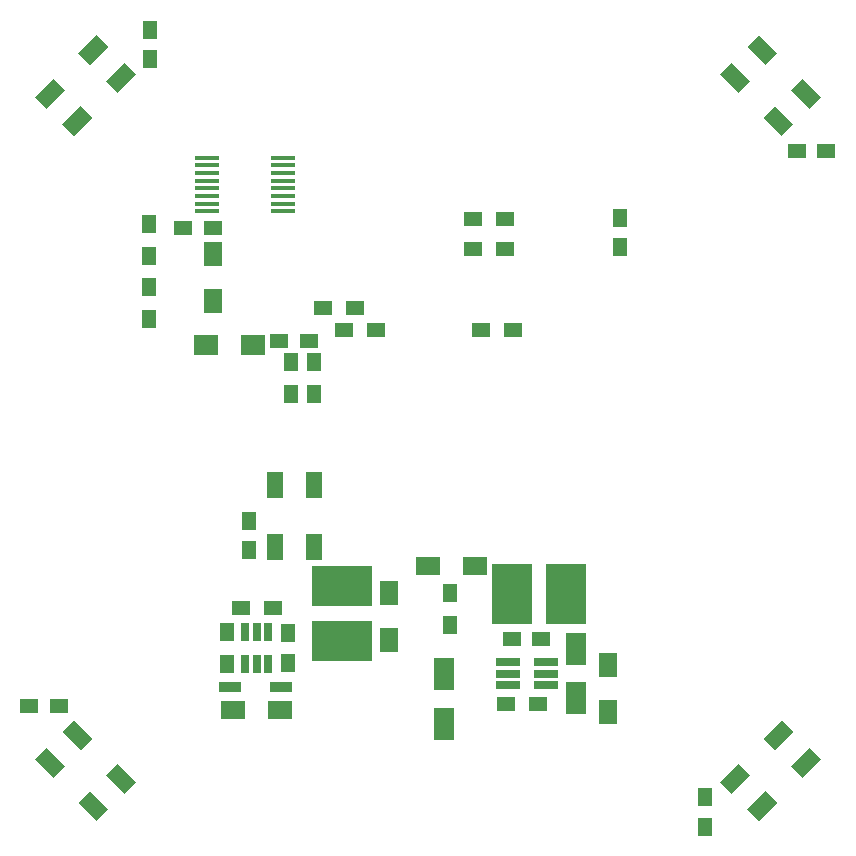
<source format=gbr>
G04 #@! TF.FileFunction,Paste,Top*
%FSLAX46Y46*%
G04 Gerber Fmt 4.6, Leading zero omitted, Abs format (unit mm)*
G04 Created by KiCad (PCBNEW 4.0.0-stable) date 08.12.2015 15:00:05*
%MOMM*%
G01*
G04 APERTURE LIST*
%ADD10C,0.100000*%
%ADD11R,2.000000X1.700000*%
%ADD12R,1.250000X1.500000*%
%ADD13R,1.500000X1.250000*%
%ADD14R,1.300000X1.500000*%
%ADD15R,2.000000X1.600000*%
%ADD16R,1.400000X2.200000*%
%ADD17R,1.500000X1.300000*%
%ADD18R,1.600000X2.000000*%
%ADD19R,1.850900X0.850900*%
%ADD20R,2.000000X0.650000*%
%ADD21R,1.699260X2.800000*%
%ADD22R,0.650000X1.500000*%
%ADD23R,5.200000X3.400000*%
%ADD24R,3.400000X5.200000*%
%ADD25R,2.000000X0.350000*%
G04 APERTURE END LIST*
D10*
D11*
X131223000Y-92964000D03*
X135223000Y-92964000D03*
D12*
X166243000Y-82189000D03*
X166243000Y-84689000D03*
D13*
X181250000Y-76500000D03*
X183750000Y-76500000D03*
D12*
X173500000Y-131250000D03*
X173500000Y-133750000D03*
D14*
X126365000Y-85424000D03*
X126365000Y-82724000D03*
D13*
X137434000Y-92583000D03*
X139934000Y-92583000D03*
X131806000Y-83058000D03*
X129306000Y-83058000D03*
D15*
X137509000Y-123825000D03*
X133509000Y-123825000D03*
D12*
X126500000Y-68750000D03*
X126500000Y-66250000D03*
X134874000Y-110343000D03*
X134874000Y-107843000D03*
D13*
X118750000Y-123500000D03*
X116250000Y-123500000D03*
D16*
X137034000Y-110042000D03*
X140334000Y-110042000D03*
X140334000Y-104842000D03*
X137034000Y-104842000D03*
D10*
G36*
X120611092Y-127267588D02*
X119055457Y-125711953D01*
X120045406Y-124722004D01*
X121601041Y-126277639D01*
X120611092Y-127267588D01*
X120611092Y-127267588D01*
G37*
G36*
X118277639Y-129601041D02*
X116722004Y-128045406D01*
X117711953Y-127055457D01*
X119267588Y-128611092D01*
X118277639Y-129601041D01*
X118277639Y-129601041D01*
G37*
G36*
X121954594Y-133277996D02*
X120398959Y-131722361D01*
X121388908Y-130732412D01*
X122944543Y-132288047D01*
X121954594Y-133277996D01*
X121954594Y-133277996D01*
G37*
G36*
X124288047Y-130944543D02*
X122732412Y-129388908D01*
X123722361Y-128398959D01*
X125277996Y-129954594D01*
X124288047Y-130944543D01*
X124288047Y-130944543D01*
G37*
G36*
X122732412Y-70611092D02*
X124288047Y-69055457D01*
X125277996Y-70045406D01*
X123722361Y-71601041D01*
X122732412Y-70611092D01*
X122732412Y-70611092D01*
G37*
G36*
X120398959Y-68277639D02*
X121954594Y-66722004D01*
X122944543Y-67711953D01*
X121388908Y-69267588D01*
X120398959Y-68277639D01*
X120398959Y-68277639D01*
G37*
G36*
X116722004Y-71954594D02*
X118277639Y-70398959D01*
X119267588Y-71388908D01*
X117711953Y-72944543D01*
X116722004Y-71954594D01*
X116722004Y-71954594D01*
G37*
G36*
X119055457Y-74288047D02*
X120611092Y-72732412D01*
X121601041Y-73722361D01*
X120045406Y-75277996D01*
X119055457Y-74288047D01*
X119055457Y-74288047D01*
G37*
G36*
X179388908Y-72732412D02*
X180944543Y-74288047D01*
X179954594Y-75277996D01*
X178398959Y-73722361D01*
X179388908Y-72732412D01*
X179388908Y-72732412D01*
G37*
G36*
X181722361Y-70398959D02*
X183277996Y-71954594D01*
X182288047Y-72944543D01*
X180732412Y-71388908D01*
X181722361Y-70398959D01*
X181722361Y-70398959D01*
G37*
G36*
X178045406Y-66722004D02*
X179601041Y-68277639D01*
X178611092Y-69267588D01*
X177055457Y-67711953D01*
X178045406Y-66722004D01*
X178045406Y-66722004D01*
G37*
G36*
X175711953Y-69055457D02*
X177267588Y-70611092D01*
X176277639Y-71601041D01*
X174722004Y-70045406D01*
X175711953Y-69055457D01*
X175711953Y-69055457D01*
G37*
G36*
X177267588Y-129388908D02*
X175711953Y-130944543D01*
X174722004Y-129954594D01*
X176277639Y-128398959D01*
X177267588Y-129388908D01*
X177267588Y-129388908D01*
G37*
G36*
X179601041Y-131722361D02*
X178045406Y-133277996D01*
X177055457Y-132288047D01*
X178611092Y-130732412D01*
X179601041Y-131722361D01*
X179601041Y-131722361D01*
G37*
G36*
X183277996Y-128045406D02*
X181722361Y-129601041D01*
X180732412Y-128611092D01*
X182288047Y-127055457D01*
X183277996Y-128045406D01*
X183277996Y-128045406D01*
G37*
G36*
X180944543Y-125711953D02*
X179388908Y-127267588D01*
X178398959Y-126277639D01*
X179954594Y-124722004D01*
X180944543Y-125711953D01*
X180944543Y-125711953D01*
G37*
D14*
X126365000Y-90758000D03*
X126365000Y-88058000D03*
D17*
X142922000Y-91694000D03*
X145622000Y-91694000D03*
X157179000Y-91694000D03*
X154479000Y-91694000D03*
D12*
X138176000Y-119868000D03*
X138176000Y-117368000D03*
D17*
X153844000Y-82296000D03*
X156544000Y-82296000D03*
X141144000Y-89789000D03*
X143844000Y-89789000D03*
D14*
X140335000Y-94408000D03*
X140335000Y-97108000D03*
D18*
X146685000Y-113951000D03*
X146685000Y-117951000D03*
X131826000Y-89249000D03*
X131826000Y-85249000D03*
D19*
X137555860Y-121920000D03*
X133208140Y-121920000D03*
D14*
X151892000Y-113966000D03*
X151892000Y-116666000D03*
D17*
X156638000Y-123317000D03*
X159338000Y-123317000D03*
X136859000Y-115189000D03*
X134159000Y-115189000D03*
D14*
X132969000Y-117268000D03*
X132969000Y-119968000D03*
D20*
X156769000Y-119827000D03*
X156769000Y-120777000D03*
X156769000Y-121727000D03*
X159969000Y-121727000D03*
X159969000Y-119827000D03*
X159969000Y-120777000D03*
D18*
X165227000Y-120047000D03*
X165227000Y-124047000D03*
D15*
X154019000Y-111633000D03*
X150019000Y-111633000D03*
D21*
X162560000Y-122877000D03*
X162560000Y-118677000D03*
D13*
X159619000Y-117856000D03*
X157119000Y-117856000D03*
D21*
X151384000Y-120836000D03*
X151384000Y-125036000D03*
D22*
X136459000Y-117268000D03*
X135509000Y-117268000D03*
X134559000Y-117268000D03*
X134559000Y-119968000D03*
X136459000Y-119968000D03*
X135509000Y-119968000D03*
D23*
X142748000Y-113397000D03*
X142748000Y-117997000D03*
D24*
X157085000Y-114046000D03*
X161685000Y-114046000D03*
D17*
X153844000Y-84836000D03*
X156544000Y-84836000D03*
D25*
X131293000Y-77100000D03*
X131293000Y-77750000D03*
X131293000Y-78400000D03*
X131293000Y-79050000D03*
X131293000Y-79700000D03*
X131293000Y-80350000D03*
X131293000Y-81000000D03*
X131293000Y-81650000D03*
X137693000Y-81650000D03*
X137693000Y-81000000D03*
X137693000Y-80350000D03*
X137693000Y-79700000D03*
X137693000Y-79050000D03*
X137693000Y-78400000D03*
X137693000Y-77750000D03*
X137693000Y-77100000D03*
D14*
X138430000Y-97108000D03*
X138430000Y-94408000D03*
M02*

</source>
